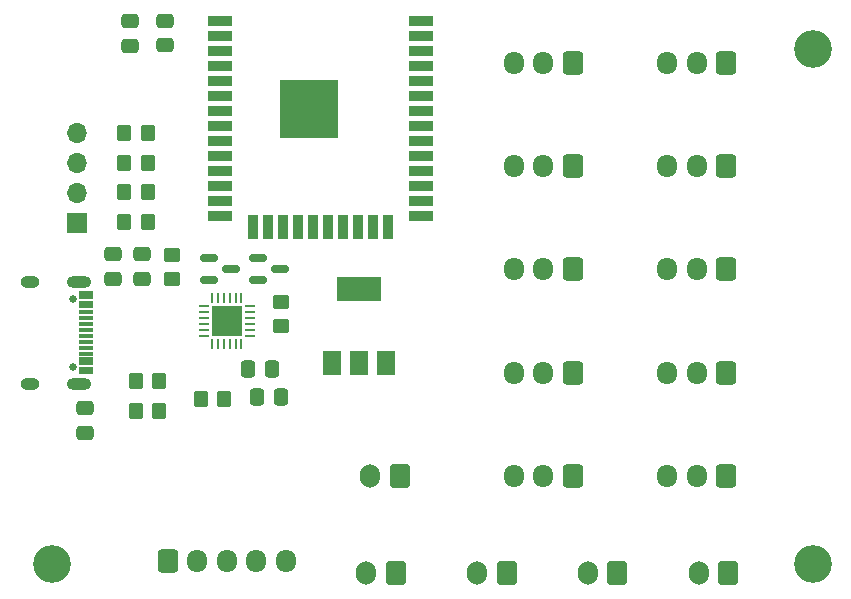
<source format=gbr>
%TF.GenerationSoftware,KiCad,Pcbnew,6.0.4-1.fc35*%
%TF.CreationDate,2022-04-06T22:50:00+03:00*%
%TF.ProjectId,Glove,476c6f76-652e-46b6-9963-61645f706362,rev?*%
%TF.SameCoordinates,Original*%
%TF.FileFunction,Soldermask,Top*%
%TF.FilePolarity,Negative*%
%FSLAX46Y46*%
G04 Gerber Fmt 4.6, Leading zero omitted, Abs format (unit mm)*
G04 Created by KiCad (PCBNEW 6.0.4-1.fc35) date 2022-04-06 22:50:00*
%MOMM*%
%LPD*%
G01*
G04 APERTURE LIST*
G04 Aperture macros list*
%AMRoundRect*
0 Rectangle with rounded corners*
0 $1 Rounding radius*
0 $2 $3 $4 $5 $6 $7 $8 $9 X,Y pos of 4 corners*
0 Add a 4 corners polygon primitive as box body*
4,1,4,$2,$3,$4,$5,$6,$7,$8,$9,$2,$3,0*
0 Add four circle primitives for the rounded corners*
1,1,$1+$1,$2,$3*
1,1,$1+$1,$4,$5*
1,1,$1+$1,$6,$7*
1,1,$1+$1,$8,$9*
0 Add four rect primitives between the rounded corners*
20,1,$1+$1,$2,$3,$4,$5,0*
20,1,$1+$1,$4,$5,$6,$7,0*
20,1,$1+$1,$6,$7,$8,$9,0*
20,1,$1+$1,$8,$9,$2,$3,0*%
G04 Aperture macros list end*
%ADD10RoundRect,0.250000X-0.350000X-0.450000X0.350000X-0.450000X0.350000X0.450000X-0.350000X0.450000X0*%
%ADD11C,3.200000*%
%ADD12RoundRect,0.250000X0.600000X0.725000X-0.600000X0.725000X-0.600000X-0.725000X0.600000X-0.725000X0*%
%ADD13O,1.700000X1.950000*%
%ADD14RoundRect,0.250000X0.475000X-0.337500X0.475000X0.337500X-0.475000X0.337500X-0.475000X-0.337500X0*%
%ADD15RoundRect,0.250000X0.600000X0.750000X-0.600000X0.750000X-0.600000X-0.750000X0.600000X-0.750000X0*%
%ADD16O,1.700000X2.000000*%
%ADD17RoundRect,0.250000X0.450000X-0.350000X0.450000X0.350000X-0.450000X0.350000X-0.450000X-0.350000X0*%
%ADD18RoundRect,0.250000X0.350000X0.450000X-0.350000X0.450000X-0.350000X-0.450000X0.350000X-0.450000X0*%
%ADD19R,2.000000X0.900000*%
%ADD20R,0.900000X2.000000*%
%ADD21R,5.000000X5.000000*%
%ADD22RoundRect,0.250000X-0.337500X-0.475000X0.337500X-0.475000X0.337500X0.475000X-0.337500X0.475000X0*%
%ADD23RoundRect,0.250000X-0.600000X-0.725000X0.600000X-0.725000X0.600000X0.725000X-0.600000X0.725000X0*%
%ADD24RoundRect,0.150000X-0.587500X-0.150000X0.587500X-0.150000X0.587500X0.150000X-0.587500X0.150000X0*%
%ADD25R,2.600000X2.600000*%
%ADD26RoundRect,0.062500X-0.062500X-0.350000X0.062500X-0.350000X0.062500X0.350000X-0.062500X0.350000X0*%
%ADD27RoundRect,0.062500X-0.350000X-0.062500X0.350000X-0.062500X0.350000X0.062500X-0.350000X0.062500X0*%
%ADD28O,2.100000X1.000000*%
%ADD29O,1.600000X1.000000*%
%ADD30R,1.150000X0.300000*%
%ADD31C,0.650000*%
%ADD32RoundRect,0.250000X-0.475000X0.337500X-0.475000X-0.337500X0.475000X-0.337500X0.475000X0.337500X0*%
%ADD33R,1.700000X1.700000*%
%ADD34O,1.700000X1.700000*%
%ADD35R,3.800000X2.000000*%
%ADD36R,1.500000X2.000000*%
G04 APERTURE END LIST*
D10*
%TO.C,R9*%
X127000000Y-90000000D03*
X129000000Y-90000000D03*
%TD*%
%TO.C,R2*%
X121500000Y-88500000D03*
X123500000Y-88500000D03*
%TD*%
%TO.C,R1*%
X121500000Y-91000000D03*
X123500000Y-91000000D03*
%TD*%
D11*
%TO.C,REF\u002A\u002A*%
X178800000Y-60400000D03*
%TD*%
%TO.C,REF\u002A\u002A*%
X114400000Y-104000000D03*
%TD*%
%TO.C,REF\u002A\u002A*%
X178800000Y-104000000D03*
%TD*%
D12*
%TO.C,RV_Pinky1*%
X171500000Y-96525000D03*
D13*
X169000000Y-96525000D03*
X166500000Y-96525000D03*
%TD*%
D14*
%TO.C,C3*%
X117200000Y-92837500D03*
X117200000Y-90762500D03*
%TD*%
D15*
%TO.C,BTN_A1*%
X152894444Y-104725000D03*
D16*
X150394444Y-104725000D03*
%TD*%
D14*
%TO.C,C2*%
X124000000Y-60037500D03*
X124000000Y-57962500D03*
%TD*%
D12*
%TO.C,Ring_Servo1*%
X158500000Y-87775000D03*
D13*
X156000000Y-87775000D03*
X153500000Y-87775000D03*
%TD*%
D17*
%TO.C,R3*%
X133800000Y-83800000D03*
X133800000Y-81800000D03*
%TD*%
D14*
%TO.C,C1*%
X121000000Y-60075000D03*
X121000000Y-58000000D03*
%TD*%
D18*
%TO.C,R7*%
X122540000Y-67480000D03*
X120540000Y-67480000D03*
%TD*%
D12*
%TO.C,RV_Pointer1*%
X171500000Y-87775000D03*
D13*
X169000000Y-87775000D03*
X166500000Y-87775000D03*
%TD*%
D15*
%TO.C,BTN_Trigger1*%
X143850000Y-96525000D03*
D16*
X141350000Y-96525000D03*
%TD*%
D15*
%TO.C,BTN_B1*%
X171650000Y-104725000D03*
D16*
X169150000Y-104725000D03*
%TD*%
D18*
%TO.C,R6*%
X122520000Y-70020000D03*
X120520000Y-70020000D03*
%TD*%
D19*
%TO.C,U2*%
X128660000Y-57955000D03*
X128660000Y-59225000D03*
X128660000Y-60495000D03*
X128660000Y-61765000D03*
X128660000Y-63035000D03*
X128660000Y-64305000D03*
X128660000Y-65575000D03*
X128660000Y-66845000D03*
X128660000Y-68115000D03*
X128660000Y-69385000D03*
X128660000Y-70655000D03*
X128660000Y-71925000D03*
X128660000Y-73195000D03*
X128660000Y-74465000D03*
D20*
X131445000Y-75465000D03*
X132715000Y-75465000D03*
X133985000Y-75465000D03*
X135255000Y-75465000D03*
X136525000Y-75465000D03*
X137795000Y-75465000D03*
X139065000Y-75465000D03*
X140335000Y-75465000D03*
X141605000Y-75465000D03*
X142875000Y-75465000D03*
D19*
X145660000Y-74465000D03*
X145660000Y-73195000D03*
X145660000Y-71925000D03*
X145660000Y-70655000D03*
X145660000Y-69385000D03*
X145660000Y-68115000D03*
X145660000Y-66845000D03*
X145660000Y-65575000D03*
X145660000Y-64305000D03*
X145660000Y-63035000D03*
X145660000Y-61765000D03*
X145660000Y-60495000D03*
X145660000Y-59225000D03*
X145660000Y-57955000D03*
D21*
X136160000Y-65455000D03*
%TD*%
D22*
%TO.C,C_Out1*%
X131762500Y-89800000D03*
X133837500Y-89800000D03*
%TD*%
D18*
%TO.C,R4*%
X122500000Y-75000000D03*
X120500000Y-75000000D03*
%TD*%
D23*
%TO.C,J2*%
X124200000Y-103675000D03*
D13*
X126700000Y-103675000D03*
X129200000Y-103675000D03*
X131700000Y-103675000D03*
X134200000Y-103675000D03*
%TD*%
D18*
%TO.C,R5*%
X122500000Y-72500000D03*
X120500000Y-72500000D03*
%TD*%
D15*
%TO.C,BTN_Grab1*%
X143516667Y-104725000D03*
D16*
X141016667Y-104725000D03*
%TD*%
D12*
%TO.C,Pinky_Servo1*%
X158500000Y-96525000D03*
D13*
X156000000Y-96525000D03*
X153500000Y-96525000D03*
%TD*%
D24*
%TO.C,Q1*%
X131862500Y-78050000D03*
X131862500Y-79950000D03*
X133737500Y-79000000D03*
%TD*%
D12*
%TO.C,RV_Ring1*%
X171500000Y-70275000D03*
D13*
X169000000Y-70275000D03*
X166500000Y-70275000D03*
%TD*%
D17*
%TO.C,R8*%
X124600000Y-77800000D03*
X124600000Y-79800000D03*
%TD*%
D25*
%TO.C,U3*%
X129200000Y-83400000D03*
D26*
X127950000Y-81462500D03*
X128450000Y-81462500D03*
X128950000Y-81462500D03*
X129450000Y-81462500D03*
X129950000Y-81462500D03*
X130450000Y-81462500D03*
D27*
X131137500Y-82150000D03*
X131137500Y-82650000D03*
X131137500Y-83150000D03*
X131137500Y-83650000D03*
X131137500Y-84150000D03*
X131137500Y-84650000D03*
D26*
X130450000Y-85337500D03*
X129950000Y-85337500D03*
X129450000Y-85337500D03*
X128950000Y-85337500D03*
X128450000Y-85337500D03*
X127950000Y-85337500D03*
D27*
X127262500Y-84650000D03*
X127262500Y-84150000D03*
X127262500Y-83650000D03*
X127262500Y-83150000D03*
X127262500Y-82650000D03*
X127262500Y-82150000D03*
%TD*%
D28*
%TO.C,J1*%
X116705000Y-80080000D03*
X116705000Y-88720000D03*
D29*
X112525000Y-88720000D03*
X112525000Y-80080000D03*
D30*
X117270000Y-81350000D03*
X117270000Y-82150000D03*
X117270000Y-82650000D03*
X117270000Y-83650000D03*
X117270000Y-85150000D03*
X117270000Y-86150000D03*
X117270000Y-86650000D03*
X117270000Y-87450000D03*
X117270000Y-87750000D03*
X117270000Y-86950000D03*
X117270000Y-85650000D03*
X117270000Y-84650000D03*
X117270000Y-84150000D03*
X117270000Y-83150000D03*
X117270000Y-81850000D03*
X117270000Y-81050000D03*
D31*
X116205000Y-87290000D03*
X116205000Y-81510000D03*
%TD*%
D12*
%TO.C,Pointer_Servo1*%
X158500000Y-70275000D03*
D13*
X156000000Y-70275000D03*
X153500000Y-70275000D03*
%TD*%
D32*
%TO.C,C5*%
X119580000Y-79837500D03*
X119580000Y-77762500D03*
%TD*%
D12*
%TO.C,Middle_Servo1*%
X158500000Y-79025000D03*
D13*
X156000000Y-79025000D03*
X153500000Y-79025000D03*
%TD*%
D32*
%TO.C,C4*%
X122000000Y-79837500D03*
X122000000Y-77762500D03*
%TD*%
D15*
%TO.C,BTN_Pinch1*%
X162272221Y-104725000D03*
D16*
X159772221Y-104725000D03*
%TD*%
D33*
%TO.C,J_JTAG1*%
X116500000Y-75100000D03*
D34*
X116500000Y-72560000D03*
X116500000Y-70020000D03*
X116500000Y-67480000D03*
%TD*%
D12*
%TO.C,RV_Thumb1*%
X171500000Y-61525000D03*
D13*
X169000000Y-61525000D03*
X166500000Y-61525000D03*
%TD*%
D22*
%TO.C,C_In1*%
X130962500Y-87500000D03*
X133037500Y-87500000D03*
%TD*%
D12*
%TO.C,RV_Middle1*%
X171500000Y-79025000D03*
D13*
X169000000Y-79025000D03*
X166500000Y-79025000D03*
%TD*%
D24*
%TO.C,Q2*%
X127662500Y-78050000D03*
X127662500Y-79950000D03*
X129537500Y-79000000D03*
%TD*%
D35*
%TO.C,U1*%
X140400000Y-80650000D03*
D36*
X142700000Y-86950000D03*
X140400000Y-86950000D03*
X138100000Y-86950000D03*
%TD*%
D12*
%TO.C,Thumb_Servo1*%
X158500000Y-61525000D03*
D13*
X156000000Y-61525000D03*
X153500000Y-61525000D03*
%TD*%
M02*

</source>
